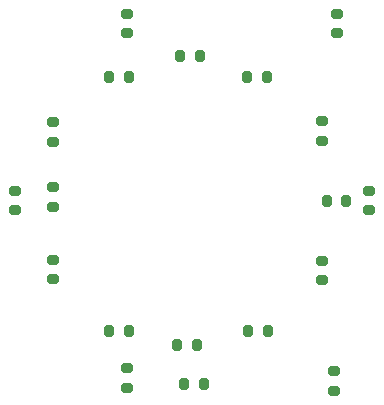
<source format=gbr>
%TF.GenerationSoftware,KiCad,Pcbnew,9.0.4-9.0.4-0~ubuntu24.04.1*%
%TF.CreationDate,2025-09-10T23:10:00+02:00*%
%TF.ProjectId,SMG_OVN_DE96-00994A,534d475f-4f56-44e5-9f44-4539362d3030,1*%
%TF.SameCoordinates,Original*%
%TF.FileFunction,Paste,Bot*%
%TF.FilePolarity,Positive*%
%FSLAX46Y46*%
G04 Gerber Fmt 4.6, Leading zero omitted, Abs format (unit mm)*
G04 Created by KiCad (PCBNEW 9.0.4-9.0.4-0~ubuntu24.04.1) date 2025-09-10 23:10:00*
%MOMM*%
%LPD*%
G01*
G04 APERTURE LIST*
G04 Aperture macros list*
%AMRoundRect*
0 Rectangle with rounded corners*
0 $1 Rounding radius*
0 $2 $3 $4 $5 $6 $7 $8 $9 X,Y pos of 4 corners*
0 Add a 4 corners polygon primitive as box body*
4,1,4,$2,$3,$4,$5,$6,$7,$8,$9,$2,$3,0*
0 Add four circle primitives for the rounded corners*
1,1,$1+$1,$2,$3*
1,1,$1+$1,$4,$5*
1,1,$1+$1,$6,$7*
1,1,$1+$1,$8,$9*
0 Add four rect primitives between the rounded corners*
20,1,$1+$1,$2,$3,$4,$5,0*
20,1,$1+$1,$4,$5,$6,$7,0*
20,1,$1+$1,$6,$7,$8,$9,0*
20,1,$1+$1,$8,$9,$2,$3,0*%
G04 Aperture macros list end*
%ADD10RoundRect,0.200000X-0.275000X0.200000X-0.275000X-0.200000X0.275000X-0.200000X0.275000X0.200000X0*%
%ADD11RoundRect,0.200000X-0.200000X-0.275000X0.200000X-0.275000X0.200000X0.275000X-0.200000X0.275000X0*%
%ADD12RoundRect,0.200000X0.200000X0.275000X-0.200000X0.275000X-0.200000X-0.275000X0.200000X-0.275000X0*%
%ADD13RoundRect,0.200000X0.275000X-0.200000X0.275000X0.200000X-0.275000X0.200000X-0.275000X-0.200000X0*%
G04 APERTURE END LIST*
D10*
%TO.C,R16*%
X139750000Y-105075000D03*
X139750000Y-103425000D03*
%TD*%
D11*
%TO.C,R11*%
X161075000Y-93750000D03*
X159425000Y-93750000D03*
%TD*%
D12*
%TO.C,R13*%
X154100000Y-119750000D03*
X155750000Y-119750000D03*
%TD*%
D13*
%TO.C,R2*%
X165750000Y-109350000D03*
X165750000Y-111000000D03*
%TD*%
D11*
%TO.C,R3*%
X161150000Y-115250000D03*
X159500000Y-115250000D03*
%TD*%
D13*
%TO.C,R8*%
X143000000Y-97600000D03*
X143000000Y-99250000D03*
%TD*%
D11*
%TO.C,R4*%
X155150000Y-116500000D03*
X153500000Y-116500000D03*
%TD*%
D13*
%TO.C,R18*%
X166750000Y-118675000D03*
X166750000Y-120325000D03*
%TD*%
D11*
%TO.C,R10*%
X155400000Y-92000000D03*
X153750000Y-92000000D03*
%TD*%
D13*
%TO.C,R7*%
X143000000Y-103100000D03*
X143000000Y-104750000D03*
%TD*%
D10*
%TO.C,R15*%
X149250000Y-90075000D03*
X149250000Y-88425000D03*
%TD*%
D11*
%TO.C,R5*%
X149400000Y-115250000D03*
X147750000Y-115250000D03*
%TD*%
D10*
%TO.C,R14*%
X167000000Y-90075000D03*
X167000000Y-88425000D03*
%TD*%
D11*
%TO.C,R9*%
X149400000Y-93750000D03*
X147750000Y-93750000D03*
%TD*%
D10*
%TO.C,R19*%
X169750000Y-105075000D03*
X169750000Y-103425000D03*
%TD*%
%TO.C,R6*%
X143000000Y-110900000D03*
X143000000Y-109250000D03*
%TD*%
%TO.C,R17*%
X149250000Y-120075000D03*
X149250000Y-118425000D03*
%TD*%
%TO.C,R12*%
X165750000Y-99150000D03*
X165750000Y-97500000D03*
%TD*%
D11*
%TO.C,R1*%
X167825000Y-104250000D03*
X166175000Y-104250000D03*
%TD*%
M02*

</source>
